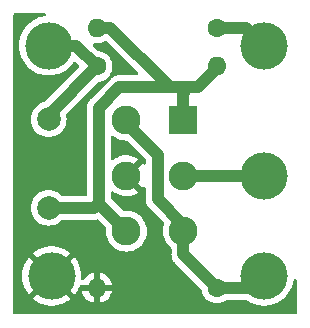
<source format=gbr>
G04 #@! TF.GenerationSoftware,KiCad,Pcbnew,(6.0.0-0)*
G04 #@! TF.CreationDate,2022-01-15T15:53:31+00:00*
G04 #@! TF.ProjectId,SelectPCB,53656c65-6374-4504-9342-2e6b69636164,rev?*
G04 #@! TF.SameCoordinates,Original*
G04 #@! TF.FileFunction,Copper,L1,Top*
G04 #@! TF.FilePolarity,Positive*
%FSLAX46Y46*%
G04 Gerber Fmt 4.6, Leading zero omitted, Abs format (unit mm)*
G04 Created by KiCad (PCBNEW (6.0.0-0)) date 2022-01-15 15:53:31*
%MOMM*%
%LPD*%
G01*
G04 APERTURE LIST*
G04 #@! TA.AperFunction,ComponentPad*
%ADD10C,2.000000*%
G04 #@! TD*
G04 #@! TA.AperFunction,ComponentPad*
%ADD11C,1.600000*%
G04 #@! TD*
G04 #@! TA.AperFunction,ComponentPad*
%ADD12O,1.600000X1.600000*%
G04 #@! TD*
G04 #@! TA.AperFunction,ComponentPad*
%ADD13C,4.000500*%
G04 #@! TD*
G04 #@! TA.AperFunction,ComponentPad*
%ADD14R,2.450000X2.450000*%
G04 #@! TD*
G04 #@! TA.AperFunction,ComponentPad*
%ADD15C,2.450000*%
G04 #@! TD*
G04 #@! TA.AperFunction,Conductor*
%ADD16C,1.000000*%
G04 #@! TD*
G04 APERTURE END LIST*
D10*
X144500000Y-94976000D03*
X144500000Y-102476000D03*
D11*
X158750000Y-109250000D03*
D12*
X148590000Y-109250000D03*
D11*
X158750000Y-87250000D03*
D12*
X148590000Y-87250000D03*
D11*
X148590000Y-90500000D03*
D12*
X158750000Y-90500000D03*
D13*
X144750000Y-108250000D03*
X144500000Y-88750000D03*
X162750000Y-108250000D03*
X162750000Y-99750000D03*
X162750000Y-88750000D03*
D14*
X155915000Y-95050000D03*
D15*
X155915000Y-99750000D03*
X155915000Y-104450000D03*
X151085000Y-95050000D03*
X151085000Y-99750000D03*
X151085000Y-104450000D03*
D16*
X144500000Y-88750000D02*
X146840000Y-88750000D01*
X146840000Y-88750000D02*
X148590000Y-90500000D01*
X144500000Y-94590000D02*
X148590000Y-90500000D01*
X144500000Y-94976000D02*
X144500000Y-94590000D01*
X154500000Y-92028630D02*
X154500000Y-92250000D01*
X148590000Y-87250000D02*
X149721370Y-87250000D01*
X148750000Y-94000000D02*
X150500000Y-92250000D01*
X157160000Y-92250000D02*
X158910000Y-90500000D01*
X156000000Y-92250000D02*
X157160000Y-92250000D01*
X149721370Y-87250000D02*
X154500000Y-92028630D01*
X148750000Y-100500000D02*
X148750000Y-94000000D01*
X144500000Y-102476000D02*
X148362000Y-102476000D01*
X155915000Y-95050000D02*
X155915000Y-92825000D01*
X150500000Y-92250000D02*
X154500000Y-92250000D01*
X148750000Y-102115000D02*
X148750000Y-100500000D01*
X155915000Y-92825000D02*
X156000000Y-92740000D01*
X156000000Y-92740000D02*
X156000000Y-92250000D01*
X148362000Y-102476000D02*
X148750000Y-102088000D01*
X154500000Y-92250000D02*
X156000000Y-92250000D01*
X151085000Y-104450000D02*
X148750000Y-102115000D01*
X151085000Y-95050000D02*
X151085000Y-95335000D01*
X155915000Y-104450000D02*
X155915000Y-106415000D01*
X155915000Y-103915000D02*
X155915000Y-104450000D01*
X158750000Y-109250000D02*
X161750000Y-109250000D01*
X151085000Y-95335000D02*
X153750000Y-98000000D01*
X153750000Y-101750000D02*
X155915000Y-103915000D01*
X153750000Y-98000000D02*
X153750000Y-101750000D01*
X155915000Y-106415000D02*
X158750000Y-109250000D01*
X161750000Y-109250000D02*
X162750000Y-108250000D01*
X161250000Y-87250000D02*
X162750000Y-88750000D01*
X158750000Y-87250000D02*
X161250000Y-87250000D01*
X162750000Y-99750000D02*
X155915000Y-99750000D01*
G04 #@! TA.AperFunction,Conductor*
G36*
X144253941Y-86028002D02*
G01*
X144300434Y-86081658D01*
X144310538Y-86151932D01*
X144281044Y-86216512D01*
X144221318Y-86254896D01*
X144201612Y-86259006D01*
X144032910Y-86280318D01*
X144032906Y-86280319D01*
X144028978Y-86280815D01*
X143919447Y-86308938D01*
X143727059Y-86358334D01*
X143727051Y-86358337D01*
X143723221Y-86359320D01*
X143429714Y-86475527D01*
X143426246Y-86477434D01*
X143426243Y-86477435D01*
X143206504Y-86598238D01*
X143153087Y-86627604D01*
X143149879Y-86629935D01*
X142914763Y-86800757D01*
X142897701Y-86813153D01*
X142667584Y-87029247D01*
X142466366Y-87272478D01*
X142297219Y-87539011D01*
X142295532Y-87542597D01*
X142165671Y-87818567D01*
X142162812Y-87824642D01*
X142065263Y-88124866D01*
X142006111Y-88434949D01*
X141986290Y-88750000D01*
X142006111Y-89065051D01*
X142065263Y-89375134D01*
X142162812Y-89675358D01*
X142297219Y-89960989D01*
X142466366Y-90227522D01*
X142667584Y-90470753D01*
X142897701Y-90686847D01*
X143153087Y-90872396D01*
X143429714Y-91024473D01*
X143723221Y-91140680D01*
X143727051Y-91141663D01*
X143727059Y-91141666D01*
X143919447Y-91191062D01*
X144028978Y-91219185D01*
X144032906Y-91219681D01*
X144032910Y-91219682D01*
X144156292Y-91235269D01*
X144342163Y-91258750D01*
X144657837Y-91258750D01*
X144843708Y-91235269D01*
X144967090Y-91219682D01*
X144967094Y-91219681D01*
X144971022Y-91219185D01*
X145080553Y-91191062D01*
X145272941Y-91141666D01*
X145272949Y-91141663D01*
X145276779Y-91140680D01*
X145570286Y-91024473D01*
X145846913Y-90872396D01*
X146102299Y-90686847D01*
X146332416Y-90470753D01*
X146533634Y-90227522D01*
X146588217Y-90141513D01*
X146641606Y-90094714D01*
X146711821Y-90084209D01*
X146776569Y-90113333D01*
X146783688Y-90119922D01*
X146925071Y-90261306D01*
X147074671Y-90410906D01*
X147108696Y-90473218D01*
X147103631Y-90544034D01*
X147074670Y-90589096D01*
X144181844Y-93481922D01*
X144122163Y-93515346D01*
X144105923Y-93519245D01*
X144032406Y-93536895D01*
X144027835Y-93538788D01*
X144027833Y-93538789D01*
X143817611Y-93625865D01*
X143817607Y-93625867D01*
X143813037Y-93627760D01*
X143808817Y-93630346D01*
X143614798Y-93749241D01*
X143614792Y-93749245D01*
X143610584Y-93751824D01*
X143430031Y-93906031D01*
X143275824Y-94086584D01*
X143273245Y-94090792D01*
X143273241Y-94090798D01*
X143154346Y-94284817D01*
X143151760Y-94289037D01*
X143149867Y-94293607D01*
X143149865Y-94293611D01*
X143062789Y-94503833D01*
X143060895Y-94508406D01*
X143051795Y-94546309D01*
X143031118Y-94632438D01*
X143005465Y-94739289D01*
X142986835Y-94976000D01*
X143005465Y-95212711D01*
X143060895Y-95443594D01*
X143062788Y-95448165D01*
X143062789Y-95448167D01*
X143132725Y-95617007D01*
X143151760Y-95662963D01*
X143154346Y-95667183D01*
X143273241Y-95861202D01*
X143273245Y-95861208D01*
X143275824Y-95865416D01*
X143430031Y-96045969D01*
X143610584Y-96200176D01*
X143614792Y-96202755D01*
X143614798Y-96202759D01*
X143805656Y-96319717D01*
X143813037Y-96324240D01*
X143817607Y-96326133D01*
X143817611Y-96326135D01*
X144027833Y-96413211D01*
X144032406Y-96415105D01*
X144112609Y-96434360D01*
X144258476Y-96469380D01*
X144258482Y-96469381D01*
X144263289Y-96470535D01*
X144500000Y-96489165D01*
X144736711Y-96470535D01*
X144741518Y-96469381D01*
X144741524Y-96469380D01*
X144887391Y-96434360D01*
X144967594Y-96415105D01*
X144972167Y-96413211D01*
X145182389Y-96326135D01*
X145182393Y-96326133D01*
X145186963Y-96324240D01*
X145194344Y-96319717D01*
X145385202Y-96202759D01*
X145385208Y-96202755D01*
X145389416Y-96200176D01*
X145569969Y-96045969D01*
X145724176Y-95865416D01*
X145726755Y-95861208D01*
X145726759Y-95861202D01*
X145845654Y-95667183D01*
X145848240Y-95662963D01*
X145867276Y-95617007D01*
X145937211Y-95448167D01*
X145937212Y-95448165D01*
X145939105Y-95443594D01*
X145994535Y-95212711D01*
X146013165Y-94976000D01*
X145994535Y-94739289D01*
X145968882Y-94632436D01*
X145972429Y-94561531D01*
X146002306Y-94513929D01*
X148681117Y-91835118D01*
X148743429Y-91801092D01*
X148759229Y-91798692D01*
X148818087Y-91793543D01*
X148965859Y-91753947D01*
X149033933Y-91735707D01*
X149033935Y-91735706D01*
X149039243Y-91734284D01*
X149044225Y-91731961D01*
X149241762Y-91639849D01*
X149241767Y-91639846D01*
X149246749Y-91637523D01*
X149404526Y-91527046D01*
X149429789Y-91509357D01*
X149429792Y-91509355D01*
X149434300Y-91506198D01*
X149596198Y-91344300D01*
X149616030Y-91315978D01*
X149657723Y-91256433D01*
X149727523Y-91156749D01*
X149729846Y-91151767D01*
X149729849Y-91151762D01*
X149821961Y-90954225D01*
X149821961Y-90954224D01*
X149824284Y-90949243D01*
X149883543Y-90728087D01*
X149903498Y-90500000D01*
X149883543Y-90271913D01*
X149882119Y-90266598D01*
X149825707Y-90056067D01*
X149825706Y-90056065D01*
X149824284Y-90050757D01*
X149821961Y-90045775D01*
X149729849Y-89848238D01*
X149729846Y-89848233D01*
X149727523Y-89843251D01*
X149654098Y-89738389D01*
X149599357Y-89660211D01*
X149599355Y-89660208D01*
X149596198Y-89655700D01*
X149434300Y-89493802D01*
X149429792Y-89490645D01*
X149429789Y-89490643D01*
X149351611Y-89435902D01*
X149246749Y-89362477D01*
X149241767Y-89360154D01*
X149241762Y-89360151D01*
X149044225Y-89268039D01*
X149044224Y-89268039D01*
X149039243Y-89265716D01*
X149033935Y-89264294D01*
X149033933Y-89264293D01*
X148965859Y-89246053D01*
X148818087Y-89206457D01*
X148759229Y-89201308D01*
X148693112Y-89175445D01*
X148681116Y-89164882D01*
X148275597Y-88759363D01*
X148241571Y-88697051D01*
X148246636Y-88626236D01*
X148289183Y-88569400D01*
X148355703Y-88544589D01*
X148375674Y-88544747D01*
X148584525Y-88563019D01*
X148590000Y-88563498D01*
X148818087Y-88543543D01*
X148823400Y-88542119D01*
X148823402Y-88542119D01*
X149033933Y-88485707D01*
X149033935Y-88485706D01*
X149039243Y-88484284D01*
X149044225Y-88481961D01*
X149241762Y-88389849D01*
X149241767Y-88389846D01*
X149246749Y-88387523D01*
X149269488Y-88371601D01*
X149336762Y-88348913D01*
X149405623Y-88366198D01*
X149430854Y-88385719D01*
X152071541Y-91026405D01*
X152105567Y-91088717D01*
X152100502Y-91159532D01*
X152057955Y-91216368D01*
X151991435Y-91241179D01*
X151982446Y-91241500D01*
X150561850Y-91241500D01*
X150548242Y-91240763D01*
X150547662Y-91240700D01*
X150510612Y-91236675D01*
X150460570Y-91241053D01*
X150455788Y-91241379D01*
X150453310Y-91241500D01*
X150450231Y-91241500D01*
X150447177Y-91241799D01*
X150447166Y-91241800D01*
X150407529Y-91245687D01*
X150406215Y-91245809D01*
X150370688Y-91248917D01*
X150313587Y-91253913D01*
X150308468Y-91255400D01*
X150303167Y-91255920D01*
X150214166Y-91282791D01*
X150213033Y-91283126D01*
X150129586Y-91307370D01*
X150129582Y-91307372D01*
X150123664Y-91309091D01*
X150118932Y-91311544D01*
X150113831Y-91313084D01*
X150108388Y-91315978D01*
X150031740Y-91356731D01*
X150030574Y-91357343D01*
X149953547Y-91397271D01*
X149948074Y-91400108D01*
X149943911Y-91403431D01*
X149939204Y-91405934D01*
X149934429Y-91409828D01*
X149934428Y-91409829D01*
X149867102Y-91464739D01*
X149866075Y-91465567D01*
X149829792Y-91494531D01*
X149829787Y-91494536D01*
X149827028Y-91496738D01*
X149824527Y-91499239D01*
X149823809Y-91499881D01*
X149819461Y-91503594D01*
X149785938Y-91530935D01*
X149782015Y-91535677D01*
X149782013Y-91535679D01*
X149756703Y-91566273D01*
X149748713Y-91575053D01*
X148080621Y-93243145D01*
X148070478Y-93252247D01*
X148040975Y-93275968D01*
X148037008Y-93280696D01*
X148008709Y-93314421D01*
X148005528Y-93318069D01*
X148003885Y-93319881D01*
X148001691Y-93322075D01*
X147974358Y-93355349D01*
X147973696Y-93356147D01*
X147913846Y-93427474D01*
X147911278Y-93432144D01*
X147907897Y-93436261D01*
X147900832Y-93449438D01*
X147864023Y-93518086D01*
X147863394Y-93519245D01*
X147821538Y-93595381D01*
X147821535Y-93595389D01*
X147818567Y-93600787D01*
X147816955Y-93605869D01*
X147814438Y-93610563D01*
X147787238Y-93699531D01*
X147786918Y-93700559D01*
X147758765Y-93789306D01*
X147758171Y-93794602D01*
X147756613Y-93799698D01*
X147755990Y-93805834D01*
X147747218Y-93892187D01*
X147747089Y-93893393D01*
X147741500Y-93943227D01*
X147741500Y-93946754D01*
X147741445Y-93947739D01*
X147740998Y-93953419D01*
X147736626Y-93996462D01*
X147737206Y-94002593D01*
X147740941Y-94042109D01*
X147741500Y-94053967D01*
X147741500Y-101341500D01*
X147721498Y-101409621D01*
X147667842Y-101456114D01*
X147615500Y-101467500D01*
X145680556Y-101467500D01*
X145612435Y-101447498D01*
X145584746Y-101423332D01*
X145573178Y-101409788D01*
X145573177Y-101409787D01*
X145569969Y-101406031D01*
X145389416Y-101251824D01*
X145385208Y-101249245D01*
X145385202Y-101249241D01*
X145191183Y-101130346D01*
X145186963Y-101127760D01*
X145182393Y-101125867D01*
X145182389Y-101125865D01*
X144972167Y-101038789D01*
X144972165Y-101038788D01*
X144967594Y-101036895D01*
X144887391Y-101017640D01*
X144741524Y-100982620D01*
X144741518Y-100982619D01*
X144736711Y-100981465D01*
X144500000Y-100962835D01*
X144263289Y-100981465D01*
X144258482Y-100982619D01*
X144258476Y-100982620D01*
X144112609Y-101017640D01*
X144032406Y-101036895D01*
X144027835Y-101038788D01*
X144027833Y-101038789D01*
X143817611Y-101125865D01*
X143817607Y-101125867D01*
X143813037Y-101127760D01*
X143808817Y-101130346D01*
X143614798Y-101249241D01*
X143614792Y-101249245D01*
X143610584Y-101251824D01*
X143430031Y-101406031D01*
X143426823Y-101409787D01*
X143411621Y-101427586D01*
X143275824Y-101586584D01*
X143273245Y-101590792D01*
X143273241Y-101590798D01*
X143154346Y-101784817D01*
X143151760Y-101789037D01*
X143149867Y-101793607D01*
X143149865Y-101793611D01*
X143086492Y-101946609D01*
X143060895Y-102008406D01*
X143054038Y-102036967D01*
X143010234Y-102219426D01*
X143005465Y-102239289D01*
X142986835Y-102476000D01*
X143005465Y-102712711D01*
X143006619Y-102717518D01*
X143006620Y-102717524D01*
X143017080Y-102761093D01*
X143060895Y-102943594D01*
X143062788Y-102948165D01*
X143062789Y-102948167D01*
X143063594Y-102950109D01*
X143151760Y-103162963D01*
X143154346Y-103167183D01*
X143273241Y-103361202D01*
X143273245Y-103361208D01*
X143275824Y-103365416D01*
X143430031Y-103545969D01*
X143610584Y-103700176D01*
X143614792Y-103702755D01*
X143614798Y-103702759D01*
X143808817Y-103821654D01*
X143813037Y-103824240D01*
X143817607Y-103826133D01*
X143817611Y-103826135D01*
X144027833Y-103913211D01*
X144032406Y-103915105D01*
X144112609Y-103934360D01*
X144258476Y-103969380D01*
X144258482Y-103969381D01*
X144263289Y-103970535D01*
X144500000Y-103989165D01*
X144736711Y-103970535D01*
X144741518Y-103969381D01*
X144741524Y-103969380D01*
X144887391Y-103934360D01*
X144967594Y-103915105D01*
X144972167Y-103913211D01*
X145182389Y-103826135D01*
X145182393Y-103826133D01*
X145186963Y-103824240D01*
X145191183Y-103821654D01*
X145385202Y-103702759D01*
X145385208Y-103702755D01*
X145389416Y-103700176D01*
X145569969Y-103545969D01*
X145584746Y-103528668D01*
X145644197Y-103489860D01*
X145680556Y-103484500D01*
X148300157Y-103484500D01*
X148313764Y-103485237D01*
X148345262Y-103488659D01*
X148345267Y-103488659D01*
X148351388Y-103489324D01*
X148377638Y-103487027D01*
X148401388Y-103484950D01*
X148406214Y-103484621D01*
X148408686Y-103484500D01*
X148411769Y-103484500D01*
X148423738Y-103483326D01*
X148454506Y-103480310D01*
X148455819Y-103480188D01*
X148500084Y-103476315D01*
X148548413Y-103472087D01*
X148553532Y-103470600D01*
X148558833Y-103470080D01*
X148569302Y-103466919D01*
X148578827Y-103464044D01*
X148649821Y-103463505D01*
X148704336Y-103495572D01*
X149329313Y-104120549D01*
X149363339Y-104182861D01*
X149365584Y-104222267D01*
X149351802Y-104359136D01*
X149347235Y-104404495D01*
X149347459Y-104409162D01*
X149347459Y-104409167D01*
X149349572Y-104453160D01*
X149359596Y-104661853D01*
X149409862Y-104914557D01*
X149496928Y-105157055D01*
X149618881Y-105384021D01*
X149621676Y-105387764D01*
X149621678Y-105387767D01*
X149770250Y-105586729D01*
X149770255Y-105586735D01*
X149773042Y-105590467D01*
X149776351Y-105593747D01*
X149776356Y-105593753D01*
X149925648Y-105741747D01*
X149956025Y-105771860D01*
X149959787Y-105774618D01*
X149959790Y-105774621D01*
X150077293Y-105860778D01*
X150163809Y-105924214D01*
X150167940Y-105926388D01*
X150167941Y-105926388D01*
X150387695Y-106042006D01*
X150387701Y-106042008D01*
X150391830Y-106044181D01*
X150396238Y-106045720D01*
X150396244Y-106045723D01*
X150630663Y-106127586D01*
X150635079Y-106129128D01*
X150639672Y-106130000D01*
X150883623Y-106176316D01*
X150883626Y-106176316D01*
X150888212Y-106177187D01*
X151010492Y-106181991D01*
X151141000Y-106187119D01*
X151141005Y-106187119D01*
X151145668Y-106187302D01*
X151245981Y-106176316D01*
X151397138Y-106159762D01*
X151397143Y-106159761D01*
X151401791Y-106159252D01*
X151512899Y-106130000D01*
X151646432Y-106094844D01*
X151646434Y-106094843D01*
X151650955Y-106093653D01*
X151766104Y-106044181D01*
X151883392Y-105993790D01*
X151883394Y-105993789D01*
X151887686Y-105991945D01*
X152106783Y-105856364D01*
X152303433Y-105689887D01*
X152390622Y-105590467D01*
X152470241Y-105499680D01*
X152470244Y-105499676D01*
X152473317Y-105496172D01*
X152612701Y-105279474D01*
X152718525Y-105044554D01*
X152719795Y-105040051D01*
X152787193Y-104801077D01*
X152787194Y-104801074D01*
X152788463Y-104796573D01*
X152820979Y-104540979D01*
X152823361Y-104450000D01*
X152820327Y-104409167D01*
X152804614Y-104197719D01*
X152804613Y-104197715D01*
X152804267Y-104193054D01*
X152747403Y-103941752D01*
X152701705Y-103824240D01*
X152655712Y-103705969D01*
X152655711Y-103705967D01*
X152654019Y-103701616D01*
X152526167Y-103477921D01*
X152366654Y-103275580D01*
X152178986Y-103099040D01*
X151967285Y-102952177D01*
X151963095Y-102950111D01*
X151963092Y-102950109D01*
X151740389Y-102840285D01*
X151740386Y-102840284D01*
X151736201Y-102838220D01*
X151490812Y-102759670D01*
X151486205Y-102758920D01*
X151486202Y-102758919D01*
X151288664Y-102726748D01*
X151236508Y-102718254D01*
X151111285Y-102716615D01*
X150983553Y-102714942D01*
X150983550Y-102714942D01*
X150978876Y-102714881D01*
X150862310Y-102730745D01*
X150792116Y-102720112D01*
X150756225Y-102694991D01*
X149795405Y-101734171D01*
X149761379Y-101671859D01*
X149758500Y-101645076D01*
X149758500Y-101175036D01*
X149778502Y-101106915D01*
X149832158Y-101060422D01*
X149902432Y-101050318D01*
X149959005Y-101073424D01*
X150160301Y-101221021D01*
X150168220Y-101225969D01*
X150387880Y-101341538D01*
X150396454Y-101345266D01*
X150630793Y-101427101D01*
X150639802Y-101429515D01*
X150883682Y-101475817D01*
X150892936Y-101476871D01*
X151140982Y-101486617D01*
X151150295Y-101486291D01*
X151397047Y-101459268D01*
X151406224Y-101457567D01*
X151646269Y-101394369D01*
X151655089Y-101391332D01*
X151883160Y-101293345D01*
X151891432Y-101289038D01*
X152102513Y-101158417D01*
X152106904Y-101155227D01*
X152114778Y-101143279D01*
X152108715Y-101132925D01*
X150814885Y-99839095D01*
X150780859Y-99776783D01*
X150785924Y-99705968D01*
X150814885Y-99660905D01*
X152105453Y-98370337D01*
X152111837Y-98358647D01*
X152102425Y-98346537D01*
X151970868Y-98255272D01*
X151962839Y-98250543D01*
X151740201Y-98140750D01*
X151731568Y-98137262D01*
X151495140Y-98061581D01*
X151486089Y-98059408D01*
X151241076Y-98019505D01*
X151231787Y-98018693D01*
X150983583Y-98015443D01*
X150974272Y-98016013D01*
X150728319Y-98049485D01*
X150719183Y-98051427D01*
X150480882Y-98120886D01*
X150472139Y-98124155D01*
X150246715Y-98228077D01*
X150238560Y-98232597D01*
X150030971Y-98368698D01*
X150023573Y-98374375D01*
X149968402Y-98423618D01*
X149904261Y-98454056D01*
X149833846Y-98444985D01*
X149779514Y-98399285D01*
X149758500Y-98329615D01*
X149758500Y-96475657D01*
X149778502Y-96407536D01*
X149832158Y-96361043D01*
X149902432Y-96350939D01*
X149959005Y-96374045D01*
X150163809Y-96524214D01*
X150167940Y-96526388D01*
X150167941Y-96526388D01*
X150387695Y-96642006D01*
X150387701Y-96642008D01*
X150391830Y-96644181D01*
X150396238Y-96645720D01*
X150396244Y-96645723D01*
X150609596Y-96720229D01*
X150635079Y-96729128D01*
X150639672Y-96730000D01*
X150883623Y-96776316D01*
X150883626Y-96776316D01*
X150888212Y-96777187D01*
X151048896Y-96783500D01*
X151060375Y-96783951D01*
X151127658Y-96806612D01*
X151144524Y-96820759D01*
X152704595Y-98380829D01*
X152738620Y-98443141D01*
X152741500Y-98469924D01*
X152741500Y-98688525D01*
X152721498Y-98756646D01*
X152667842Y-98803139D01*
X152597568Y-98813243D01*
X152532988Y-98783749D01*
X152516549Y-98766530D01*
X152488589Y-98731063D01*
X152476665Y-98722593D01*
X152465130Y-98729080D01*
X151457022Y-99737188D01*
X151449408Y-99751132D01*
X151449539Y-99752965D01*
X151453790Y-99759580D01*
X152466823Y-100772613D01*
X152479203Y-100779373D01*
X152487544Y-100773129D01*
X152509529Y-100738949D01*
X152563203Y-100692477D01*
X152633480Y-100682401D01*
X152698050Y-100711919D01*
X152736410Y-100771660D01*
X152741500Y-100807111D01*
X152741500Y-101688157D01*
X152740763Y-101701764D01*
X152736676Y-101739388D01*
X152737213Y-101745523D01*
X152741050Y-101789388D01*
X152741379Y-101794214D01*
X152741500Y-101796686D01*
X152741500Y-101799769D01*
X152741801Y-101802837D01*
X152745690Y-101842506D01*
X152745812Y-101843819D01*
X152748312Y-101872396D01*
X152753913Y-101936413D01*
X152755400Y-101941532D01*
X152755920Y-101946833D01*
X152782791Y-102035834D01*
X152783126Y-102036967D01*
X152809091Y-102126336D01*
X152811544Y-102131068D01*
X152813084Y-102136169D01*
X152815978Y-102141612D01*
X152856731Y-102218260D01*
X152857343Y-102219426D01*
X152870197Y-102244223D01*
X152900108Y-102301926D01*
X152903431Y-102306089D01*
X152905934Y-102310796D01*
X152964755Y-102382918D01*
X152965446Y-102383774D01*
X152996738Y-102422973D01*
X152999242Y-102425477D01*
X152999884Y-102426195D01*
X153003585Y-102430528D01*
X153030935Y-102464062D01*
X153035682Y-102467989D01*
X153035684Y-102467991D01*
X153066262Y-102493287D01*
X153075042Y-102501277D01*
X154267432Y-103693667D01*
X154301458Y-103755979D01*
X154294534Y-103831487D01*
X154266471Y-103898410D01*
X154203049Y-104148137D01*
X154177235Y-104404495D01*
X154177459Y-104409162D01*
X154177459Y-104409167D01*
X154179572Y-104453160D01*
X154189596Y-104661853D01*
X154239862Y-104914557D01*
X154326928Y-105157055D01*
X154448881Y-105384021D01*
X154451676Y-105387764D01*
X154451678Y-105387767D01*
X154600250Y-105586729D01*
X154600255Y-105586735D01*
X154603042Y-105590467D01*
X154606351Y-105593747D01*
X154606356Y-105593753D01*
X154755648Y-105741747D01*
X154786025Y-105771860D01*
X154789787Y-105774618D01*
X154789790Y-105774621D01*
X154855005Y-105822438D01*
X154898113Y-105878849D01*
X154906500Y-105924050D01*
X154906500Y-106353157D01*
X154905763Y-106366764D01*
X154901676Y-106404388D01*
X154902213Y-106410523D01*
X154906050Y-106454388D01*
X154906379Y-106459214D01*
X154906500Y-106461686D01*
X154906500Y-106464769D01*
X154906801Y-106467837D01*
X154910690Y-106507506D01*
X154910812Y-106508819D01*
X154914685Y-106553084D01*
X154918913Y-106601413D01*
X154920400Y-106606532D01*
X154920920Y-106611833D01*
X154947791Y-106700834D01*
X154948126Y-106701967D01*
X154969584Y-106775822D01*
X154974091Y-106791336D01*
X154976544Y-106796068D01*
X154978084Y-106801169D01*
X154980978Y-106806612D01*
X155021731Y-106883260D01*
X155022343Y-106884426D01*
X155065108Y-106966926D01*
X155068431Y-106971089D01*
X155070934Y-106975796D01*
X155129755Y-107047918D01*
X155130446Y-107048774D01*
X155161738Y-107087973D01*
X155164242Y-107090477D01*
X155164884Y-107091195D01*
X155168585Y-107095528D01*
X155195935Y-107129062D01*
X155200682Y-107132989D01*
X155200684Y-107132991D01*
X155231262Y-107158287D01*
X155240042Y-107166277D01*
X157414882Y-109341117D01*
X157448908Y-109403429D01*
X157451308Y-109419229D01*
X157456457Y-109478087D01*
X157515716Y-109699243D01*
X157518039Y-109704224D01*
X157518039Y-109704225D01*
X157610151Y-109901762D01*
X157610154Y-109901767D01*
X157612477Y-109906749D01*
X157743802Y-110094300D01*
X157905700Y-110256198D01*
X157910208Y-110259355D01*
X157910211Y-110259357D01*
X157943354Y-110282564D01*
X158093251Y-110387523D01*
X158098233Y-110389846D01*
X158098238Y-110389849D01*
X158294765Y-110481490D01*
X158300757Y-110484284D01*
X158306065Y-110485706D01*
X158306067Y-110485707D01*
X158516598Y-110542119D01*
X158516600Y-110542119D01*
X158521913Y-110543543D01*
X158750000Y-110563498D01*
X158978087Y-110543543D01*
X158983400Y-110542119D01*
X158983402Y-110542119D01*
X159193933Y-110485707D01*
X159193935Y-110485706D01*
X159199243Y-110484284D01*
X159205235Y-110481490D01*
X159401762Y-110389849D01*
X159401767Y-110389846D01*
X159406749Y-110387523D01*
X159558469Y-110281287D01*
X159630740Y-110258500D01*
X161205383Y-110258500D01*
X161273504Y-110278502D01*
X161279444Y-110282564D01*
X161403087Y-110372396D01*
X161406556Y-110374303D01*
X161406559Y-110374305D01*
X161676243Y-110522565D01*
X161679714Y-110524473D01*
X161973221Y-110640680D01*
X161977051Y-110641663D01*
X161977059Y-110641666D01*
X162169447Y-110691062D01*
X162278978Y-110719185D01*
X162282906Y-110719681D01*
X162282910Y-110719682D01*
X162406292Y-110735269D01*
X162592163Y-110758750D01*
X162907837Y-110758750D01*
X163093708Y-110735269D01*
X163217090Y-110719682D01*
X163217094Y-110719681D01*
X163221022Y-110719185D01*
X163330553Y-110691062D01*
X163522941Y-110641666D01*
X163522949Y-110641663D01*
X163526779Y-110640680D01*
X163820286Y-110524473D01*
X163823757Y-110522565D01*
X164093441Y-110374305D01*
X164093444Y-110374303D01*
X164096913Y-110372396D01*
X164352299Y-110186847D01*
X164582416Y-109970753D01*
X164783634Y-109727522D01*
X164952781Y-109460989D01*
X165087188Y-109175358D01*
X165184737Y-108875134D01*
X165242232Y-108573737D01*
X165274644Y-108510571D01*
X165336061Y-108474955D01*
X165406984Y-108478199D01*
X165464894Y-108519271D01*
X165491406Y-108585131D01*
X165492000Y-108597347D01*
X165492000Y-111366000D01*
X165471998Y-111434121D01*
X165418342Y-111480614D01*
X165366000Y-111492000D01*
X141634000Y-111492000D01*
X141565879Y-111471998D01*
X141519386Y-111418342D01*
X141508000Y-111366000D01*
X141508000Y-110196166D01*
X143168542Y-110196166D01*
X143177369Y-110207784D01*
X143400147Y-110369642D01*
X143406827Y-110373882D01*
X143676466Y-110522116D01*
X143683601Y-110525473D01*
X143969706Y-110638751D01*
X143977197Y-110641185D01*
X144275237Y-110717708D01*
X144283008Y-110719190D01*
X144588263Y-110757753D01*
X144596153Y-110758250D01*
X144903847Y-110758250D01*
X144911737Y-110757753D01*
X145216992Y-110719190D01*
X145224763Y-110717708D01*
X145522803Y-110641185D01*
X145530294Y-110638751D01*
X145816399Y-110525473D01*
X145823534Y-110522116D01*
X146093173Y-110373882D01*
X146099853Y-110369642D01*
X146323002Y-110207515D01*
X146331425Y-110196591D01*
X146324522Y-110183732D01*
X144762812Y-108622022D01*
X144748868Y-108614408D01*
X144747035Y-108614539D01*
X144740420Y-108618790D01*
X143175155Y-110184055D01*
X143168542Y-110196166D01*
X141508000Y-110196166D01*
X141508000Y-108253958D01*
X142237040Y-108253958D01*
X142256359Y-108561026D01*
X142257352Y-108568887D01*
X142315004Y-108871109D01*
X142316975Y-108878786D01*
X142412051Y-109171401D01*
X142414966Y-109178764D01*
X142545970Y-109457162D01*
X142549782Y-109464095D01*
X142714644Y-109723876D01*
X142719296Y-109730279D01*
X142794320Y-109820968D01*
X142806837Y-109829422D01*
X142817575Y-109823215D01*
X144377978Y-108262812D01*
X144384356Y-108251132D01*
X145114408Y-108251132D01*
X145114539Y-108252965D01*
X145118790Y-108259580D01*
X146681322Y-109822112D01*
X146694585Y-109829354D01*
X146704687Y-109822168D01*
X146780704Y-109730279D01*
X146785356Y-109723876D01*
X146916947Y-109516522D01*
X147307273Y-109516522D01*
X147354764Y-109693761D01*
X147358510Y-109704053D01*
X147450586Y-109901511D01*
X147456069Y-109911007D01*
X147581028Y-110089467D01*
X147588084Y-110097875D01*
X147742125Y-110251916D01*
X147750533Y-110258972D01*
X147928993Y-110383931D01*
X147938489Y-110389414D01*
X148135947Y-110481490D01*
X148146239Y-110485236D01*
X148318503Y-110531394D01*
X148332599Y-110531058D01*
X148336000Y-110523116D01*
X148336000Y-110517967D01*
X148844000Y-110517967D01*
X148847973Y-110531498D01*
X148856522Y-110532727D01*
X149033761Y-110485236D01*
X149044053Y-110481490D01*
X149241511Y-110389414D01*
X149251007Y-110383931D01*
X149429467Y-110258972D01*
X149437875Y-110251916D01*
X149591916Y-110097875D01*
X149598972Y-110089467D01*
X149723931Y-109911007D01*
X149729414Y-109901511D01*
X149821490Y-109704053D01*
X149825236Y-109693761D01*
X149871394Y-109521497D01*
X149871058Y-109507401D01*
X149863116Y-109504000D01*
X148862115Y-109504000D01*
X148846876Y-109508475D01*
X148845671Y-109509865D01*
X148844000Y-109517548D01*
X148844000Y-110517967D01*
X148336000Y-110517967D01*
X148336000Y-109522115D01*
X148331525Y-109506876D01*
X148330135Y-109505671D01*
X148322452Y-109504000D01*
X147322033Y-109504000D01*
X147308502Y-109507973D01*
X147307273Y-109516522D01*
X146916947Y-109516522D01*
X146950218Y-109464095D01*
X146954030Y-109457162D01*
X147085034Y-109178764D01*
X147087949Y-109171401D01*
X147123315Y-109062555D01*
X147163388Y-109003949D01*
X147228785Y-108976312D01*
X147292749Y-108985665D01*
X147316883Y-108996000D01*
X148317885Y-108996000D01*
X148333124Y-108991525D01*
X148334329Y-108990135D01*
X148336000Y-108982452D01*
X148336000Y-108977885D01*
X148844000Y-108977885D01*
X148848475Y-108993124D01*
X148849865Y-108994329D01*
X148857548Y-108996000D01*
X149857967Y-108996000D01*
X149871498Y-108992027D01*
X149872727Y-108983478D01*
X149825236Y-108806239D01*
X149821490Y-108795947D01*
X149729414Y-108598489D01*
X149723931Y-108588993D01*
X149598972Y-108410533D01*
X149591916Y-108402125D01*
X149437875Y-108248084D01*
X149429467Y-108241028D01*
X149251007Y-108116069D01*
X149241511Y-108110586D01*
X149044053Y-108018510D01*
X149033761Y-108014764D01*
X148861497Y-107968606D01*
X148847401Y-107968942D01*
X148844000Y-107976884D01*
X148844000Y-108977885D01*
X148336000Y-108977885D01*
X148336000Y-107982033D01*
X148332027Y-107968502D01*
X148323478Y-107967273D01*
X148146239Y-108014764D01*
X148135947Y-108018510D01*
X147938489Y-108110586D01*
X147928993Y-108116069D01*
X147750533Y-108241028D01*
X147742125Y-108248084D01*
X147588084Y-108402125D01*
X147581028Y-108410533D01*
X147477847Y-108557891D01*
X147422390Y-108602219D01*
X147351771Y-108609528D01*
X147288410Y-108577497D01*
X147252425Y-108516296D01*
X147248883Y-108477709D01*
X147262960Y-108253958D01*
X147262960Y-108246042D01*
X147243641Y-107938974D01*
X147242648Y-107931113D01*
X147184996Y-107628891D01*
X147183025Y-107621214D01*
X147087949Y-107328599D01*
X147085034Y-107321236D01*
X146954030Y-107042838D01*
X146950218Y-107035905D01*
X146785356Y-106776124D01*
X146780704Y-106769721D01*
X146705680Y-106679032D01*
X146693163Y-106670578D01*
X146682425Y-106676785D01*
X145122022Y-108237188D01*
X145114408Y-108251132D01*
X144384356Y-108251132D01*
X144385592Y-108248868D01*
X144385461Y-108247035D01*
X144381210Y-108240420D01*
X142818678Y-106677888D01*
X142805415Y-106670646D01*
X142795313Y-106677832D01*
X142719296Y-106769721D01*
X142714644Y-106776124D01*
X142549782Y-107035905D01*
X142545970Y-107042838D01*
X142414966Y-107321236D01*
X142412051Y-107328599D01*
X142316975Y-107621214D01*
X142315004Y-107628891D01*
X142257352Y-107931113D01*
X142256359Y-107938974D01*
X142237040Y-108246042D01*
X142237040Y-108253958D01*
X141508000Y-108253958D01*
X141508000Y-106303409D01*
X143168575Y-106303409D01*
X143175478Y-106316268D01*
X144737188Y-107877978D01*
X144751132Y-107885592D01*
X144752965Y-107885461D01*
X144759580Y-107881210D01*
X146324845Y-106315945D01*
X146331458Y-106303834D01*
X146322631Y-106292216D01*
X146099853Y-106130358D01*
X146093173Y-106126118D01*
X145823534Y-105977884D01*
X145816399Y-105974527D01*
X145530294Y-105861249D01*
X145522803Y-105858815D01*
X145224763Y-105782292D01*
X145216992Y-105780810D01*
X144911737Y-105742247D01*
X144903847Y-105741750D01*
X144596153Y-105741750D01*
X144588263Y-105742247D01*
X144283008Y-105780810D01*
X144275237Y-105782292D01*
X143977197Y-105858815D01*
X143969706Y-105861249D01*
X143683601Y-105974527D01*
X143676466Y-105977884D01*
X143406827Y-106126118D01*
X143400147Y-106130358D01*
X143176998Y-106292485D01*
X143168575Y-106303409D01*
X141508000Y-106303409D01*
X141508000Y-86134000D01*
X141528002Y-86065879D01*
X141581658Y-86019386D01*
X141634000Y-86008000D01*
X144185820Y-86008000D01*
X144253941Y-86028002D01*
G37*
G04 #@! TD.AperFunction*
M02*

</source>
